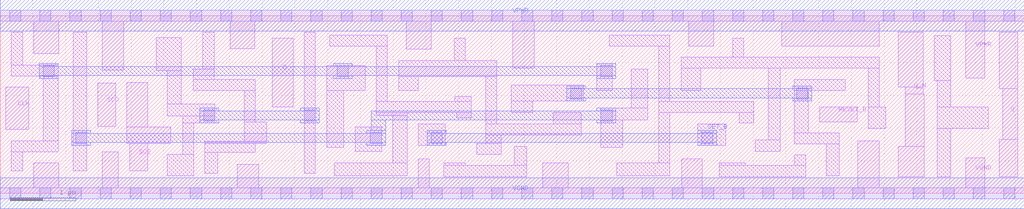
<source format=lef>
# Copyright 2020 The SkyWater PDK Authors
#
# Licensed under the Apache License, Version 2.0 (the "License");
# you may not use this file except in compliance with the License.
# You may obtain a copy of the License at
#
#     https://www.apache.org/licenses/LICENSE-2.0
#
# Unless required by applicable law or agreed to in writing, software
# distributed under the License is distributed on an "AS IS" BASIS,
# WITHOUT WARRANTIES OR CONDITIONS OF ANY KIND, either express or implied.
# See the License for the specific language governing permissions and
# limitations under the License.
#
# SPDX-License-Identifier: Apache-2.0

VERSION 5.7 ;
BUSBITCHARS "[]" ;
DIVIDERCHAR "/" ;
PROPERTYDEFINITIONS
  MACRO maskLayoutSubType STRING ;
  MACRO prCellType STRING ;
  MACRO originalViewName STRING ;
END PROPERTYDEFINITIONS
MACRO sky130_fd_sc_hdll__sdfbbp_1
  ORIGIN  0.000000  0.000000 ;
  CLASS CORE ;
  SYMMETRY X Y R90 ;
  SIZE  15.64000 BY  2.720000 ;
  SITE unithd ;
  PIN CLK
    ANTENNAGATEAREA  0.178200 ;
    DIRECTION INPUT ;
    USE SIGNAL ;
    PORT
      LAYER li1 ;
        RECT 0.085000 0.975000 0.435000 1.625000 ;
    END
  END CLK
  PIN D
    ANTENNAGATEAREA  0.138600 ;
    DIRECTION INPUT ;
    USE SIGNAL ;
    PORT
      LAYER li1 ;
        RECT 4.155000 1.325000 4.475000 2.375000 ;
    END
  END D
  PIN Q
    ANTENNADIFFAREA  0.439000 ;
    DIRECTION OUTPUT ;
    USE SIGNAL ;
    PORT
      LAYER li1 ;
        RECT 15.260000 0.255000 15.545000 0.825000 ;
        RECT 15.260000 1.605000 15.545000 2.465000 ;
        RECT 15.310000 0.825000 15.545000 1.605000 ;
    END
  END Q
  PIN Q_N
    ANTENNADIFFAREA  0.595800 ;
    DIRECTION OUTPUT ;
    USE SIGNAL ;
    PORT
      LAYER li1 ;
        RECT 13.715000 0.255000 14.115000 0.715000 ;
        RECT 13.715000 1.630000 14.095000 2.465000 ;
        RECT 13.820000 0.715000 14.115000 1.520000 ;
        RECT 13.820000 1.520000 14.095000 1.630000 ;
    END
  END Q_N
  PIN RESET_B
    ANTENNAGATEAREA  0.178200 ;
    DIRECTION INPUT ;
    USE SIGNAL ;
    PORT
      LAYER li1 ;
        RECT 12.515000 1.095000 13.090000 1.325000 ;
    END
  END RESET_B
  PIN SCD
    ANTENNAGATEAREA  0.178200 ;
    DIRECTION INPUT ;
    USE SIGNAL ;
    PORT
      LAYER li1 ;
        RECT 1.490000 1.025000 1.765000 1.685000 ;
    END
  END SCD
  PIN SCE
    ANTENNAGATEAREA  0.277200 ;
    DIRECTION INPUT ;
    USE SIGNAL ;
    PORT
      LAYER li1 ;
        RECT 1.935000 0.760000 2.255000 0.765000 ;
        RECT 1.935000 0.765000 2.605000 1.015000 ;
        RECT 1.935000 1.015000 2.255000 1.695000 ;
        RECT 1.975000 0.345000 2.255000 0.760000 ;
    END
  END SCE
  PIN SET_B
    DIRECTION INPUT ;
    USE SIGNAL ;
    PORT
      LAYER met1 ;
        RECT  6.525000 0.735000  6.815000 0.780000 ;
        RECT  6.525000 0.780000 10.945000 0.920000 ;
        RECT  6.525000 0.920000  6.815000 0.965000 ;
        RECT 10.655000 0.735000 10.945000 0.780000 ;
        RECT 10.655000 0.920000 10.945000 0.965000 ;
    END
  END SET_B
  PIN VGND
    DIRECTION INOUT ;
    USE SIGNAL ;
    PORT
      LAYER li1 ;
        RECT  0.000000 -0.085000 15.640000 0.085000 ;
        RECT  0.515000  0.085000  0.895000 0.465000 ;
        RECT  1.555000  0.085000  1.805000 0.635000 ;
        RECT  3.620000  0.085000  3.950000 0.445000 ;
        RECT  6.385000  0.085000  6.555000 0.525000 ;
        RECT  8.290000  0.085000  8.675000 0.465000 ;
        RECT 10.410000  0.085000 10.720000 0.525000 ;
        RECT 13.100000  0.085000 13.430000 0.805000 ;
        RECT 14.750000  0.085000 15.040000 0.545000 ;
      LAYER met1 ;
        RECT 0.000000 -0.240000 15.640000 0.240000 ;
    END
  END VGND
  PIN VPWR
    DIRECTION INOUT ;
    USE SIGNAL ;
    PORT
      LAYER li1 ;
        RECT  0.000000 2.635000 15.640000 2.805000 ;
        RECT  0.515000 2.135000  0.895000 2.635000 ;
        RECT  1.555000 1.885000  1.885000 2.635000 ;
        RECT  3.510000 2.215000  3.890000 2.635000 ;
        RECT  6.205000 2.205000  6.585000 2.635000 ;
        RECT  7.825000 1.915000  8.155000 2.635000 ;
        RECT 10.520000 2.255000 10.900000 2.635000 ;
        RECT 11.940000 2.255000 13.430000 2.635000 ;
        RECT 14.745000 1.765000 15.040000 2.635000 ;
      LAYER met1 ;
        RECT 0.000000 2.480000 15.640000 2.960000 ;
    END
  END VPWR
  OBS
    LAYER li1 ;
      RECT  0.170000 0.345000  0.345000 0.635000 ;
      RECT  0.170000 0.635000  0.885000 0.805000 ;
      RECT  0.170000 1.795000  0.885000 1.965000 ;
      RECT  0.170000 1.965000  0.345000 2.465000 ;
      RECT  0.655000 0.805000  0.885000 1.795000 ;
      RECT  1.115000 0.345000  1.320000 2.465000 ;
      RECT  2.385000 1.875000  2.765000 2.385000 ;
      RECT  2.550000 0.265000  2.955000 0.595000 ;
      RECT  2.550000 1.185000  3.275000 1.365000 ;
      RECT  2.550000 1.365000  2.765000 1.875000 ;
      RECT  2.785000 0.595000  2.955000 1.075000 ;
      RECT  2.785000 1.075000  3.275000 1.185000 ;
      RECT  2.945000 1.575000  3.895000 1.745000 ;
      RECT  2.945000 1.745000  3.265000 1.905000 ;
      RECT  3.095000 1.905000  3.265000 2.465000 ;
      RECT  3.125000 0.305000  3.325000 0.625000 ;
      RECT  3.125000 0.625000  3.895000 0.765000 ;
      RECT  3.125000 0.765000  4.070000 0.795000 ;
      RECT  3.725000 0.795000  4.070000 1.095000 ;
      RECT  3.725000 1.095000  3.895000 1.575000 ;
      RECT  4.645000 0.305000  4.815000 2.465000 ;
      RECT  4.985000 0.705000  5.245000 1.575000 ;
      RECT  4.985000 1.575000  5.575000 1.955000 ;
      RECT  5.035000 2.250000  5.915000 2.420000 ;
      RECT  5.100000 0.265000  6.215000 0.465000 ;
      RECT  5.425000 0.645000  5.825000 1.015000 ;
      RECT  5.745000 1.195000  6.215000 1.235000 ;
      RECT  5.745000 1.235000  7.195000 1.405000 ;
      RECT  5.745000 1.405000  5.915000 2.250000 ;
      RECT  5.995000 0.465000  6.215000 1.195000 ;
      RECT  6.085000 1.575000  6.385000 1.785000 ;
      RECT  6.085000 1.785000  7.585000 2.035000 ;
      RECT  6.385000 0.735000  6.795000 1.065000 ;
      RECT  6.775000 0.255000  8.045000 0.425000 ;
      RECT  6.775000 0.425000  7.105000 0.465000 ;
      RECT  6.935000 2.035000  7.105000 2.375000 ;
      RECT  6.945000 1.405000  7.195000 1.485000 ;
      RECT  6.975000 1.155000  7.195000 1.235000 ;
      RECT  7.275000 0.595000  7.655000 0.765000 ;
      RECT  7.415000 0.765000  7.655000 0.895000 ;
      RECT  7.415000 0.895000  8.875000 1.065000 ;
      RECT  7.415000 1.065000  7.585000 1.785000 ;
      RECT  7.805000 1.235000  8.135000 1.415000 ;
      RECT  7.805000 1.415000  8.910000 1.655000 ;
      RECT  7.850000 0.425000  8.045000 0.715000 ;
      RECT  8.445000 1.065000  8.875000 1.235000 ;
      RECT  9.110000 1.575000  9.345000 1.985000 ;
      RECT  9.170000 0.705000  9.510000 1.125000 ;
      RECT  9.170000 1.125000  9.890000 1.305000 ;
      RECT  9.300000 2.250000 10.230000 2.420000 ;
      RECT  9.415000 0.265000 10.230000 0.465000 ;
      RECT  9.635000 1.305000  9.890000 1.905000 ;
      RECT 10.060000 0.465000 10.230000 1.235000 ;
      RECT 10.060000 1.235000 11.510000 1.405000 ;
      RECT 10.060000 1.405000 10.230000 2.250000 ;
      RECT 10.400000 1.575000 10.700000 1.915000 ;
      RECT 10.400000 1.915000 13.430000 2.085000 ;
      RECT 10.655000 0.735000 11.080000 1.065000 ;
      RECT 10.980000 0.255000 12.300000 0.425000 ;
      RECT 10.980000 0.425000 11.380000 0.465000 ;
      RECT 11.190000 2.085000 11.360000 2.375000 ;
      RECT 11.290000 1.075000 11.510000 1.235000 ;
      RECT 11.535000 0.645000 11.915000 0.815000 ;
      RECT 11.730000 0.815000 11.915000 1.915000 ;
      RECT 12.125000 0.425000 12.300000 0.585000 ;
      RECT 12.130000 0.755000 12.815000 0.925000 ;
      RECT 12.130000 0.925000 12.345000 1.575000 ;
      RECT 12.130000 1.575000 12.905000 1.745000 ;
      RECT 12.615000 0.265000 12.815000 0.755000 ;
      RECT 13.260000 0.995000 13.525000 1.325000 ;
      RECT 13.260000 1.325000 13.430000 1.915000 ;
      RECT 14.265000 1.725000 14.520000 2.415000 ;
      RECT 14.315000 0.255000 14.520000 0.995000 ;
      RECT 14.315000 0.995000 15.090000 1.325000 ;
      RECT 14.315000 1.325000 14.520000 1.725000 ;
    LAYER mcon ;
      RECT  0.145000 -0.085000  0.315000 0.085000 ;
      RECT  0.145000  2.635000  0.315000 2.805000 ;
      RECT  0.605000 -0.085000  0.775000 0.085000 ;
      RECT  0.605000  2.635000  0.775000 2.805000 ;
      RECT  0.655000  1.785000  0.825000 1.955000 ;
      RECT  1.065000 -0.085000  1.235000 0.085000 ;
      RECT  1.065000  2.635000  1.235000 2.805000 ;
      RECT  1.150000  0.765000  1.320000 0.935000 ;
      RECT  1.525000 -0.085000  1.695000 0.085000 ;
      RECT  1.525000  2.635000  1.695000 2.805000 ;
      RECT  1.985000 -0.085000  2.155000 0.085000 ;
      RECT  1.985000  2.635000  2.155000 2.805000 ;
      RECT  2.445000 -0.085000  2.615000 0.085000 ;
      RECT  2.445000  2.635000  2.615000 2.805000 ;
      RECT  2.905000 -0.085000  3.075000 0.085000 ;
      RECT  2.905000  2.635000  3.075000 2.805000 ;
      RECT  3.105000  1.105000  3.275000 1.275000 ;
      RECT  3.365000 -0.085000  3.535000 0.085000 ;
      RECT  3.365000  2.635000  3.535000 2.805000 ;
      RECT  3.825000 -0.085000  3.995000 0.085000 ;
      RECT  3.825000  2.635000  3.995000 2.805000 ;
      RECT  4.285000 -0.085000  4.455000 0.085000 ;
      RECT  4.285000  2.635000  4.455000 2.805000 ;
      RECT  4.645000  1.105000  4.815000 1.275000 ;
      RECT  4.745000 -0.085000  4.915000 0.085000 ;
      RECT  4.745000  2.635000  4.915000 2.805000 ;
      RECT  5.145000  1.785000  5.315000 1.955000 ;
      RECT  5.205000 -0.085000  5.375000 0.085000 ;
      RECT  5.205000  2.635000  5.375000 2.805000 ;
      RECT  5.655000  0.765000  5.825000 0.935000 ;
      RECT  5.665000 -0.085000  5.835000 0.085000 ;
      RECT  5.665000  2.635000  5.835000 2.805000 ;
      RECT  6.125000 -0.085000  6.295000 0.085000 ;
      RECT  6.125000  2.635000  6.295000 2.805000 ;
      RECT  6.585000 -0.085000  6.755000 0.085000 ;
      RECT  6.585000  0.765000  6.755000 0.935000 ;
      RECT  6.585000  2.635000  6.755000 2.805000 ;
      RECT  7.045000 -0.085000  7.215000 0.085000 ;
      RECT  7.045000  2.635000  7.215000 2.805000 ;
      RECT  7.505000 -0.085000  7.675000 0.085000 ;
      RECT  7.505000  2.635000  7.675000 2.805000 ;
      RECT  7.965000 -0.085000  8.135000 0.085000 ;
      RECT  7.965000  2.635000  8.135000 2.805000 ;
      RECT  8.425000 -0.085000  8.595000 0.085000 ;
      RECT  8.425000  2.635000  8.595000 2.805000 ;
      RECT  8.715000  1.445000  8.885000 1.615000 ;
      RECT  8.885000 -0.085000  9.055000 0.085000 ;
      RECT  8.885000  2.635000  9.055000 2.805000 ;
      RECT  9.175000  1.105000  9.345000 1.275000 ;
      RECT  9.175000  1.785000  9.345000 1.955000 ;
      RECT  9.345000 -0.085000  9.515000 0.085000 ;
      RECT  9.345000  2.635000  9.515000 2.805000 ;
      RECT  9.805000 -0.085000  9.975000 0.085000 ;
      RECT  9.805000  2.635000  9.975000 2.805000 ;
      RECT 10.265000 -0.085000 10.435000 0.085000 ;
      RECT 10.265000  2.635000 10.435000 2.805000 ;
      RECT 10.715000  0.765000 10.885000 0.935000 ;
      RECT 10.725000 -0.085000 10.895000 0.085000 ;
      RECT 10.725000  2.635000 10.895000 2.805000 ;
      RECT 11.185000 -0.085000 11.355000 0.085000 ;
      RECT 11.185000  2.635000 11.355000 2.805000 ;
      RECT 11.645000 -0.085000 11.815000 0.085000 ;
      RECT 11.645000  2.635000 11.815000 2.805000 ;
      RECT 12.105000 -0.085000 12.275000 0.085000 ;
      RECT 12.105000  2.635000 12.275000 2.805000 ;
      RECT 12.165000  1.445000 12.335000 1.615000 ;
      RECT 12.565000 -0.085000 12.735000 0.085000 ;
      RECT 12.565000  2.635000 12.735000 2.805000 ;
      RECT 13.025000 -0.085000 13.195000 0.085000 ;
      RECT 13.025000  2.635000 13.195000 2.805000 ;
      RECT 13.485000 -0.085000 13.655000 0.085000 ;
      RECT 13.485000  2.635000 13.655000 2.805000 ;
      RECT 13.945000 -0.085000 14.115000 0.085000 ;
      RECT 13.945000  2.635000 14.115000 2.805000 ;
      RECT 14.405000 -0.085000 14.575000 0.085000 ;
      RECT 14.405000  2.635000 14.575000 2.805000 ;
      RECT 14.865000 -0.085000 15.035000 0.085000 ;
      RECT 14.865000  2.635000 15.035000 2.805000 ;
      RECT 15.325000 -0.085000 15.495000 0.085000 ;
      RECT 15.325000  2.635000 15.495000 2.805000 ;
    LAYER met1 ;
      RECT  0.595000 1.755000  0.885000 1.800000 ;
      RECT  0.595000 1.800000  9.405000 1.940000 ;
      RECT  0.595000 1.940000  0.885000 1.985000 ;
      RECT  1.090000 0.735000  1.380000 0.780000 ;
      RECT  1.090000 0.780000  5.885000 0.920000 ;
      RECT  1.090000 0.920000  1.380000 0.965000 ;
      RECT  3.045000 1.075000  3.335000 1.120000 ;
      RECT  3.045000 1.120000  4.875000 1.260000 ;
      RECT  3.045000 1.260000  3.335000 1.305000 ;
      RECT  4.585000 1.075000  4.875000 1.120000 ;
      RECT  4.585000 1.260000  4.875000 1.305000 ;
      RECT  5.085000 1.755000  5.375000 1.800000 ;
      RECT  5.085000 1.940000  5.375000 1.985000 ;
      RECT  5.595000 0.735000  5.885000 0.780000 ;
      RECT  5.595000 0.920000  5.885000 0.965000 ;
      RECT  5.670000 0.965000  5.885000 1.120000 ;
      RECT  5.670000 1.120000  9.405000 1.260000 ;
      RECT  8.655000 1.415000  8.945000 1.460000 ;
      RECT  8.655000 1.460000 12.395000 1.600000 ;
      RECT  8.655000 1.600000  8.945000 1.645000 ;
      RECT  9.115000 1.075000  9.405000 1.120000 ;
      RECT  9.115000 1.260000  9.405000 1.305000 ;
      RECT  9.115000 1.755000  9.405000 1.800000 ;
      RECT  9.115000 1.940000  9.405000 1.985000 ;
      RECT 12.105000 1.415000 12.395000 1.460000 ;
      RECT 12.105000 1.600000 12.395000 1.645000 ;
  END
  PROPERTY maskLayoutSubType "abstract" ;
  PROPERTY prCellType "standard" ;
  PROPERTY originalViewName "layout" ;
END sky130_fd_sc_hdll__sdfbbp_1

</source>
